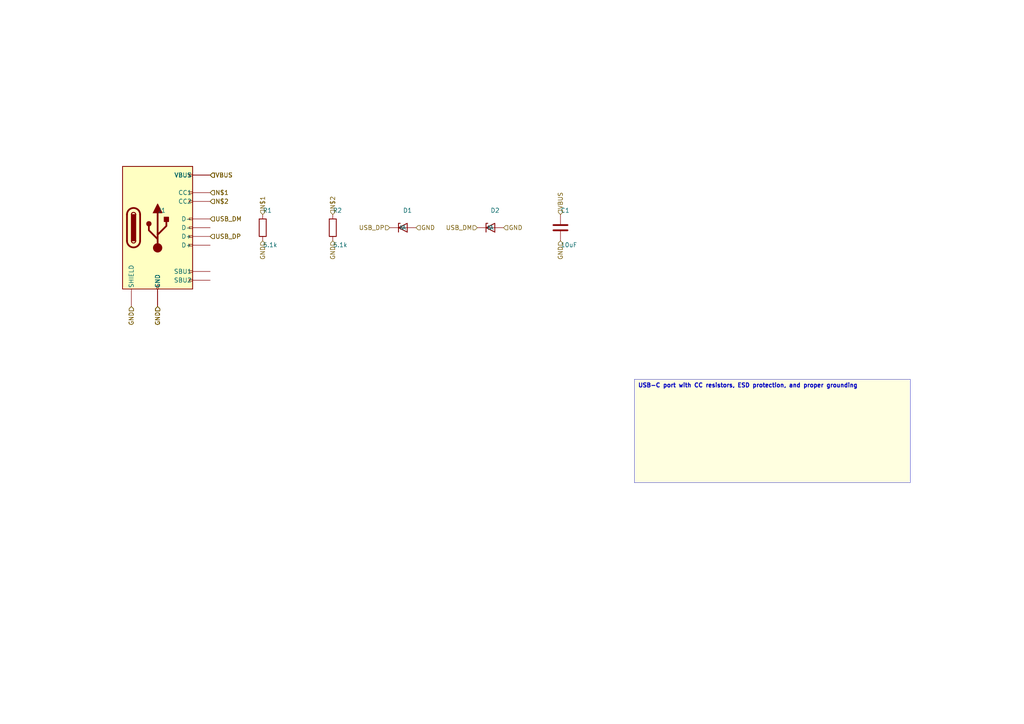
<source format=kicad_sch>
(kicad_sch (version 20250114) (generator "kicad_api") (generator_version "9.0")
  (paper "A4")
  (lib_symbols
    (symbol "Connector:USB_C_Receptacle_USB2.0_16P" (pin_numbers hide) (pin_names (offset 0.254))
      (property "Reference" "{'value': 'J', 'position': {'x': 0.0, 'y': 22.225, 'rotation': 0.0}, 'effects': {'font_size': [1.27, 1.27]}}" (at 0.0 0.0 0))
      (property "Value" "{'value': 'USB_C_Receptacle_USB2.0_16P', 'position': {'x': 0.0, 'y': 19.685, 'rotation': 0.0}, 'effects': {'font_size': [1.27, 1.27]}}" (at 0.0 0.0 0))
      (symbol "USB_C_Receptacle_USB2.0_16P_0_1"
        (rectangle (start -0.254 -17.78) (end 0.254 -16.764) (stroke (width 0.0)))
        (rectangle (start 10.16 15.494) (end 9.144 14.986) (stroke (width 0.0)))
        (rectangle (start 10.16 10.414) (end 9.144 9.906) (stroke (width 0.0)))
        (rectangle (start 10.16 7.874) (end 9.144 7.366) (stroke (width 0.0)))
        (rectangle (start 10.16 2.794) (end 9.144 2.286) (stroke (width 0.0)))
        (rectangle (start 10.16 0.254) (end 9.144 -0.254) (stroke (width 0.0)))
        (rectangle (start 10.16 -2.286) (end 9.144 -2.794) (stroke (width 0.0)))
        (rectangle (start 10.16 -4.826) (end 9.144 -5.334) (stroke (width 0.0)))
        (rectangle (start 10.16 -12.446) (end 9.144 -12.954) (stroke (width 0.0)))
        (rectangle (start 10.16 -14.986) (end 9.144 -15.494) (stroke (width 0.0)))
        (rectangle (start -10.16 17.78) (end 10.16 -17.78) (stroke (width 0.254)) (fill (type background)))
        (polyline (pts (xy -8.89 -3.81) (xy -8.89 3.81)) (stroke (width 0.508)))
        (rectangle (start -7.62 -3.81) (end -6.35 3.81) (stroke (width 0.254)) (fill (type outline)))
        (arc (start -7.62 3.81) (mid -6.985 4.4423) (end -6.35 3.81) (stroke (width 0.254)))
        (arc (start -7.62 3.81) (mid -6.985 4.4423) (end -6.35 3.81) (stroke (width 0.254)))
        (arc (start -8.89 3.81) (mid -6.985 5.7067) (end -5.08 3.81) (stroke (width 0.508)))
        (arc (start -5.08 -3.81) (mid -6.985 -5.7067) (end -8.89 -3.81) (stroke (width 0.508)))
        (arc (start -6.35 -3.81) (mid -6.985 -4.4423) (end -7.62 -3.81) (stroke (width 0.254)))
        (arc (start -6.35 -3.81) (mid -6.985 -4.4423) (end -7.62 -3.81) (stroke (width 0.254)))
        (polyline (pts (xy -5.08 3.81) (xy -5.08 -3.81)) (stroke (width 0.508)))
        (circle (center -2.54 1.143) (radius 0.635) (stroke (width 0.254)) (fill (type outline)))
        (polyline (pts (xy -1.27 4.318) (xy 0.0 6.858) (xy 1.27 4.318) (xy -1.27 4.318)) (stroke (width 0.254)) (fill (type outline)))
        (polyline (pts (xy 0.0 -2.032) (xy 2.54 0.508) (xy 2.54 1.778)) (stroke (width 0.508)))
        (polyline (pts (xy 0.0 -3.302) (xy -2.54 -0.762) (xy -2.54 0.508)) (stroke (width 0.508)))
        (polyline (pts (xy 0.0 -5.842) (xy 0.0 4.318)) (stroke (width 0.508)))
        (circle (center 0.0 -5.842) (radius 1.27) (stroke (width 0.0)) (fill (type outline)))
        (rectangle (start 1.905 1.778) (end 3.175 3.048) (stroke (width 0.254)) (fill (type outline)))
      )
      (symbol "USB_C_Receptacle_USB2.0_16P_1_1"
        (pin passive line (at -7.62 -22.86 90) (length 5.08) (name SHIELD) (number S1))
        (pin passive line (at 0.0 -22.86 90) (length 5.08) (name GND) (number A1))
        (pin passive line (at 0.0 -22.86 90) (length 5.08) (name GND) (number A12))
        (pin passive line (at 0.0 -22.86 90) (length 5.08) (name GND) (number B1))
        (pin passive line (at 0.0 -22.86 90) (length 5.08) (name GND) (number B12))
        (pin passive line (at 15.24 15.24 180) (length 5.08) (name VBUS) (number A4))
        (pin passive line (at 15.24 15.24 180) (length 5.08) (name VBUS) (number A9))
        (pin passive line (at 15.24 15.24 180) (length 5.08) (name VBUS) (number B4))
        (pin passive line (at 15.24 15.24 180) (length 5.08) (name VBUS) (number B9))
        (pin bidirectional line (at 15.24 10.16 180) (length 5.08) (name CC1) (number A5))
        (pin bidirectional line (at 15.24 7.62 180) (length 5.08) (name CC2) (number B5))
        (pin bidirectional line (at 15.24 2.54 180) (length 5.08) (name D-) (number A7))
        (pin bidirectional line (at 15.24 0.0 180) (length 5.08) (name D-) (number B7))
        (pin bidirectional line (at 15.24 -2.54 180) (length 5.08) (name D+) (number A6))
        (pin bidirectional line (at 15.24 -5.08 180) (length 5.08) (name D+) (number B6))
        (pin bidirectional line (at 15.24 -12.7 180) (length 5.08) (name SBU1) (number A8))
        (pin bidirectional line (at 15.24 -15.24 180) (length 5.08) (name SBU2) (number B8))
      )
    )
    (symbol "Device:C" (pin_numbers hide) (pin_names (offset 0.254))
      (property "Reference" "{'value': 'C', 'position': {'x': 0.635, 'y': 2.54, 'rotation': 0.0}, 'effects': {'font_size': [1.27, 1.27], 'justify': ['left']}}" (at 0.0 0.0 0))
      (property "Value" "{'value': 'C', 'position': {'x': 0.635, 'y': -2.54, 'rotation': 0.0}, 'effects': {'font_size': [1.27, 1.27], 'justify': ['left']}}" (at 0.0 0.0 0))
      (symbol "C_0_1"
        (polyline (pts (xy -2.032 0.762) (xy 2.032 0.762)) (stroke (width 0.508)))
        (polyline (pts (xy -2.032 -0.762) (xy 2.032 -0.762)) (stroke (width 0.508)))
      )
      (symbol "C_1_1"
        (pin passive line (at 0.0 3.81 270) (length 2.794) (name ~) (number "1"))
        (pin passive line (at 0.0 -3.81 90) (length 2.794) (name ~) (number "2"))
      )
    )
    (symbol "Device:R" (pin_numbers hide) (pin_names (offset 0.254))
      (property "Reference" "{'value': 'R', 'position': {'x': 2.032, 'y': 0.0, 'rotation': 90.0}, 'effects': {'font_size': [1.27, 1.27]}}" (at 0.0 0.0 0))
      (property "Value" "{'value': 'R', 'position': {'x': 0.0, 'y': 0.0, 'rotation': 90.0}, 'effects': {'font_size': [1.27, 1.27]}}" (at 0.0 0.0 0))
      (symbol "R_0_1"
        (rectangle (start -1.016 -2.54) (end 1.016 2.54) (stroke (width 0.254)))
      )
      (symbol "R_1_1"
        (pin passive line (at 0.0 3.81 270) (length 1.27) (name ~) (number "1"))
        (pin passive line (at 0.0 -3.81 90) (length 1.27) (name ~) (number "2"))
      )
    )
    (symbol "Diode:ESD5Zxx" (pin_numbers hide) (pin_names (offset 0.254))
      (property "Reference" "{'value': 'D', 'position': {'x': 0.0, 'y': 2.54, 'rotation': 0.0}, 'effects': {'font_size': [1.27, 1.27]}}" (at 0.0 0.0 0))
      (property "Value" "{'value': 'ESD5Zxx', 'position': {'x': 0.0, 'y': -2.54, 'rotation': 0.0}, 'effects': {'font_size': [1.27, 1.27]}}" (at 0.0 0.0 0))
      (symbol "ESD5Zxx_0_1"
        (polyline (pts (xy -1.27 -1.27) (xy -1.27 1.27) (xy -0.762 1.27)) (stroke (width 0.254)))
        (polyline (pts (xy 1.27 0.0) (xy -1.27 0.0)) (stroke (width 0.0)))
        (polyline (pts (xy 1.27 -1.27) (xy 1.27 1.27) (xy -1.27 0.0) (xy 1.27 -1.27)) (stroke (width 0.254)))
      )
      (symbol "ESD5Zxx_1_1"
        (pin passive line (at -3.81 0.0 0) (length 2.54) (name K) (number "1"))
        (pin passive line (at 3.81 0.0 180) (length 2.54) (name A) (number "2"))
      )
    )
  )
  (title_block (title USB_Port) (date 2025-08-04) (company Circuit-Synth))
  (symbol (lib_id "Connector:USB_C_Receptacle_USB2.0_16P") (at 45.72 66.04 0) (unit 1)
    (property "Reference" "J1" (at 45.72 61.040000000000006 0) (effects (justify left)))
    (property "Footprint" "Connector_USB:USB_C_Receptacle_GCT_USB4105-xx-A_16P_TopMnt_Horizontal" (effects (hide yes)))
  )
  (symbol (lib_id "Device:R") (at 76.2 66.04 0) (unit 1)
    (property "Reference" "R1" (at 76.2 61.040000000000006 0) (effects (justify left)))
    (property "Value" "5.1k" (at 76.2 71.04 0) (effects (justify left)))
    (property "Footprint" "Resistor_SMD:R_0603_1608Metric" (effects (hide yes)))
  )
  (symbol (lib_id "Device:R") (at 96.52 66.04 0) (unit 1)
    (property "Reference" "R2" (at 96.52 61.040000000000006 0) (effects (justify left)))
    (property "Value" "5.1k" (at 96.52 71.04 0) (effects (justify left)))
    (property "Footprint" "Resistor_SMD:R_0603_1608Metric" (effects (hide yes)))
  )
  (symbol (lib_id "Diode:ESD5Zxx") (at 116.84 66.04 0) (unit 1)
    (property "Reference" "D1" (at 116.84 61.040000000000006 0) (effects (justify left)))
    (property "Footprint" "Diode_SMD:D_SOD-523" (effects (hide yes)))
  )
  (symbol (lib_id "Diode:ESD5Zxx") (at 142.24 66.04 0) (unit 1)
    (property "Reference" "D2" (at 142.24 61.040000000000006 0) (effects (justify left)))
    (property "Footprint" "Diode_SMD:D_SOD-523" (effects (hide yes)))
  )
  (symbol (lib_id "Device:C") (at 162.56 66.04 0) (unit 1)
    (property "Reference" "C1" (at 162.56 61.040000000000006 0) (effects (justify left)))
    (property "Value" "10uF" (at 162.56 71.04 0) (effects (justify left)))
    (property "Footprint" "Capacitor_SMD:C_0805_2012Metric" (effects (hide yes)))
  )
  (hierarchical_label GND (shape input) (at 38.1 88.9 270))
  (hierarchical_label GND (shape input) (at 45.72 88.9 270))
  (hierarchical_label GND (shape input) (at 45.72 88.9 270))
  (hierarchical_label GND (shape input) (at 45.72 88.9 270))
  (hierarchical_label GND (shape input) (at 45.72 88.9 270))
  (hierarchical_label GND (shape input) (at 38.1 88.9 270))
  (hierarchical_label GND (shape input) (at 76.2 69.85000000000001 270))
  (hierarchical_label GND (shape input) (at 96.52 69.85000000000001 270))
  (hierarchical_label GND (shape input) (at 120.65 66.04 0))
  (hierarchical_label GND (shape input) (at 146.05 66.04 0))
  (hierarchical_label GND (shape input) (at 162.56 69.85000000000001 270))
  (hierarchical_label VBUS (shape input) (at 60.96 50.800000000000004 0))
  (hierarchical_label VBUS (shape input) (at 60.96 50.800000000000004 0))
  (hierarchical_label VBUS (shape input) (at 60.96 50.800000000000004 0))
  (hierarchical_label VBUS (shape input) (at 60.96 50.800000000000004 0))
  (hierarchical_label VBUS (shape input) (at 162.56 62.230000000000004 90))
  (hierarchical_label N$1 (shape input) (at 60.96 55.88000000000001 0))
  (hierarchical_label N$1 (shape input) (at 60.96 55.88000000000001 0))
  (hierarchical_label N$1 (shape input) (at 76.2 62.230000000000004 90))
  (hierarchical_label N$2 (shape input) (at 60.96 58.42000000000001 0))
  (hierarchical_label N$2 (shape input) (at 60.96 58.42000000000001 0))
  (hierarchical_label N$2 (shape input) (at 96.52 62.230000000000004 90))
  (hierarchical_label USB_DM (shape input) (at 60.96 63.50000000000001 0))
  (hierarchical_label USB_DM (shape input) (at 60.96 63.50000000000001 0))
  (hierarchical_label USB_DM (shape input) (at 138.43 66.04 180))
  (hierarchical_label USB_DP (shape input) (at 60.96 68.58000000000001 0))
  (hierarchical_label USB_DP (shape input) (at 60.96 68.58000000000001 0))
  (hierarchical_label USB_DP (shape input) (at 113.03 66.04 180))
  (text_box "USB-C port with CC resistors, ESD protection, and proper grounding" (exclude_from_sim yes) (at 184.0 110.0 0) (size 80.0 30.0) (margins 1.0 1.0 1.0 1.0) (stroke (width 0.1)) (fill (type color) (color 255 255 224 1)) (effects (font (size 1.2 1.2) (thickness 0.254)) (justify left top)))
)
</source>
